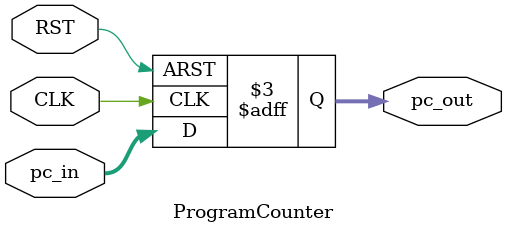
<source format=v>
module ProgramCounter
(
	input CLK,RST,
	input [63:0] pc_in,
	output reg [63:0] pc_out
);

initial pc_out = 64'd0;

always @(posedge CLK or posedge RST)
begin
	if(RST) pc_out = 64'd0;
	else pc_out = pc_in;
end

endmodule

</source>
